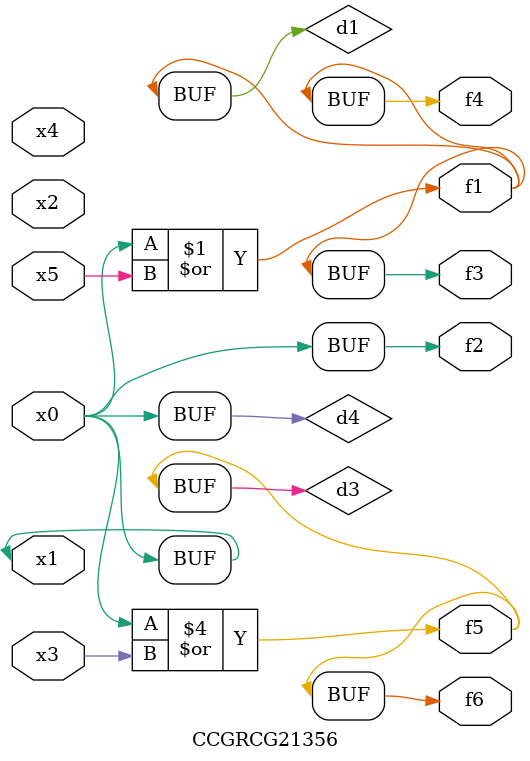
<source format=v>
module CCGRCG21356(
	input x0, x1, x2, x3, x4, x5,
	output f1, f2, f3, f4, f5, f6
);

	wire d1, d2, d3, d4;

	or (d1, x0, x5);
	xnor (d2, x1, x4);
	or (d3, x0, x3);
	buf (d4, x0, x1);
	assign f1 = d1;
	assign f2 = d4;
	assign f3 = d1;
	assign f4 = d1;
	assign f5 = d3;
	assign f6 = d3;
endmodule

</source>
